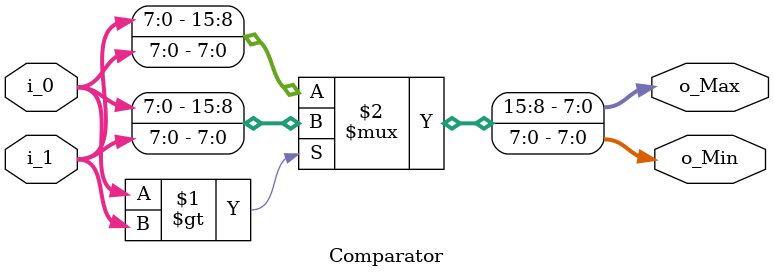
<source format=v>
module Sort4(
input signed[7:0]i_A,
input signed[7:0]i_B,
input signed[7:0]i_C,
input signed[7:0]i_D,
output signed[7:0]o_A, // max
output signed[7:0]o_B, // 2nd max
output signed[7:0]o_C, // 3rd max
output signed[7:0]o_D  // min
);
wire signed [7:0] connect_w0, connect_w1, connect_w2, connect_w3, connect_w4, connect_w5;


Comparator Comparator_u0(.i_0(i_A), .i_1(i_B), .o_Max(connect_w0), .o_Min(connect_w1));
Comparator Comparator_u1(.i_0(i_C), .i_1(i_D), .o_Max(connect_w2), .o_Min(connect_w3));

Comparator Comparator_u2(.i_0(connect_w0), .i_1(connect_w2), .o_Max(o_A), .o_Min(connect_w4));
Comparator Comparator_u3(.i_0(connect_w1), .i_1(connect_w3), .o_Max(connect_w5), .o_Min(o_D));
											   
Comparator Comparator_u4(.i_0(connect_w4), .i_1(connect_w5), .o_Max(o_B), .o_Min(o_C));


endmodule

module Comparator(
input signed[7:0]i_0,
input signed[7:0]i_1,
output signed[7:0]o_Max,
output signed[7:0]o_Min
);

assign {o_Max, o_Min} = (i_0 > i_1)? {i_0, i_1} : {i_1, i_0};

endmodule

</source>
